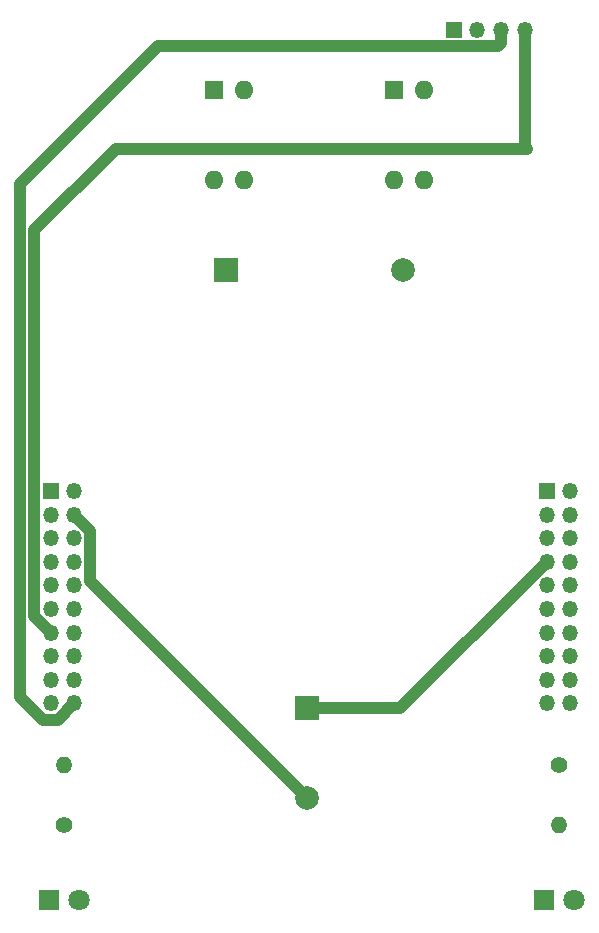
<source format=gbr>
G04 #@! TF.GenerationSoftware,KiCad,Pcbnew,5.1.5+dfsg1-2build2*
G04 #@! TF.CreationDate,2021-11-16T20:06:46-04:00*
G04 #@! TF.ProjectId,prototyping_backplane,70726f74-6f74-4797-9069-6e675f626163,rev?*
G04 #@! TF.SameCoordinates,Original*
G04 #@! TF.FileFunction,Copper,L2,Bot*
G04 #@! TF.FilePolarity,Positive*
%FSLAX46Y46*%
G04 Gerber Fmt 4.6, Leading zero omitted, Abs format (unit mm)*
G04 Created by KiCad (PCBNEW 5.1.5+dfsg1-2build2) date 2021-11-16 20:06:46*
%MOMM*%
%LPD*%
G04 APERTURE LIST*
%ADD10C,2.000000*%
%ADD11R,2.000000X2.000000*%
%ADD12O,1.600000X1.600000*%
%ADD13R,1.600000X1.600000*%
%ADD14O,1.400000X1.400000*%
%ADD15C,1.400000*%
%ADD16O,1.350000X1.350000*%
%ADD17R,1.350000X1.350000*%
%ADD18C,1.800000*%
%ADD19R,1.800000X1.800000*%
%ADD20C,1.000000*%
G04 APERTURE END LIST*
D10*
X187440000Y-69850000D03*
D11*
X172450000Y-69850000D03*
D12*
X186690000Y-62230000D03*
X189230000Y-54610000D03*
X189230000Y-62230000D03*
D13*
X186690000Y-54610000D03*
D12*
X171450000Y-62230000D03*
X173990000Y-54610000D03*
X173990000Y-62230000D03*
D13*
X171450000Y-54610000D03*
D14*
X158750000Y-111760000D03*
D15*
X158750000Y-116840000D03*
D14*
X200660000Y-116840000D03*
D15*
X200660000Y-111760000D03*
D10*
X179340000Y-114520000D03*
D11*
X179340000Y-106920000D03*
D16*
X197770000Y-49530000D03*
X195770000Y-49530000D03*
X193770000Y-49530000D03*
D17*
X191770000Y-49530000D03*
D16*
X201630000Y-106540000D03*
X199630000Y-106540000D03*
X201630000Y-104540000D03*
X199630000Y-104540000D03*
X201630000Y-102540000D03*
X199630000Y-102540000D03*
X201630000Y-100540000D03*
X199630000Y-100540000D03*
X201630000Y-98540000D03*
X199630000Y-98540000D03*
X201630000Y-96540000D03*
X199630000Y-96540000D03*
X201630000Y-94540000D03*
X199630000Y-94540000D03*
X201630000Y-92540000D03*
X199630000Y-92540000D03*
X201630000Y-90540000D03*
X199630000Y-90540000D03*
X201630000Y-88540000D03*
D17*
X199630000Y-88540000D03*
D16*
X159630000Y-106540000D03*
X157630000Y-106540000D03*
X159630000Y-104540000D03*
X157630000Y-104540000D03*
X159630000Y-102540000D03*
X157630000Y-102540000D03*
X159630000Y-100540000D03*
X157630000Y-100540000D03*
X159630000Y-98540000D03*
X157630000Y-98540000D03*
X159630000Y-96540000D03*
X157630000Y-96540000D03*
X159630000Y-94540000D03*
X157630000Y-94540000D03*
X159630000Y-92540000D03*
X157630000Y-92540000D03*
X159630000Y-90540000D03*
X157630000Y-90540000D03*
X159630000Y-88540000D03*
D17*
X157630000Y-88540000D03*
D18*
X160020000Y-123190000D03*
D19*
X157480000Y-123190000D03*
D18*
X201930000Y-123190000D03*
D19*
X199390000Y-123190000D03*
D20*
X166732997Y-50905001D02*
X195474999Y-50905001D01*
X155054990Y-62583008D02*
X166732997Y-50905001D01*
X155054990Y-105999992D02*
X155054990Y-62583008D01*
X156969999Y-107915001D02*
X155054990Y-105999992D01*
X158254999Y-107915001D02*
X156969999Y-107915001D01*
X159630000Y-106540000D02*
X158254999Y-107915001D01*
X195770000Y-50610000D02*
X195770000Y-49530000D01*
X195474999Y-50905001D02*
X195770000Y-50610000D01*
X163157999Y-59559999D02*
X197989999Y-59559999D01*
X156254999Y-66462999D02*
X163157999Y-59559999D01*
X156254999Y-99164999D02*
X156254999Y-66462999D01*
X157630000Y-100540000D02*
X156254999Y-99164999D01*
X197770000Y-59340000D02*
X197770000Y-49530000D01*
X197989999Y-59559999D02*
X197770000Y-59340000D01*
X198955001Y-95214999D02*
X199630000Y-94540000D01*
X187250000Y-106920000D02*
X198955001Y-95214999D01*
X179340000Y-106920000D02*
X187250000Y-106920000D01*
X178340001Y-113520001D02*
X179340000Y-114520000D01*
X161005001Y-96185001D02*
X178340001Y-113520001D01*
X161005001Y-91915001D02*
X161005001Y-96185001D01*
X159630000Y-90540000D02*
X161005001Y-91915001D01*
M02*

</source>
